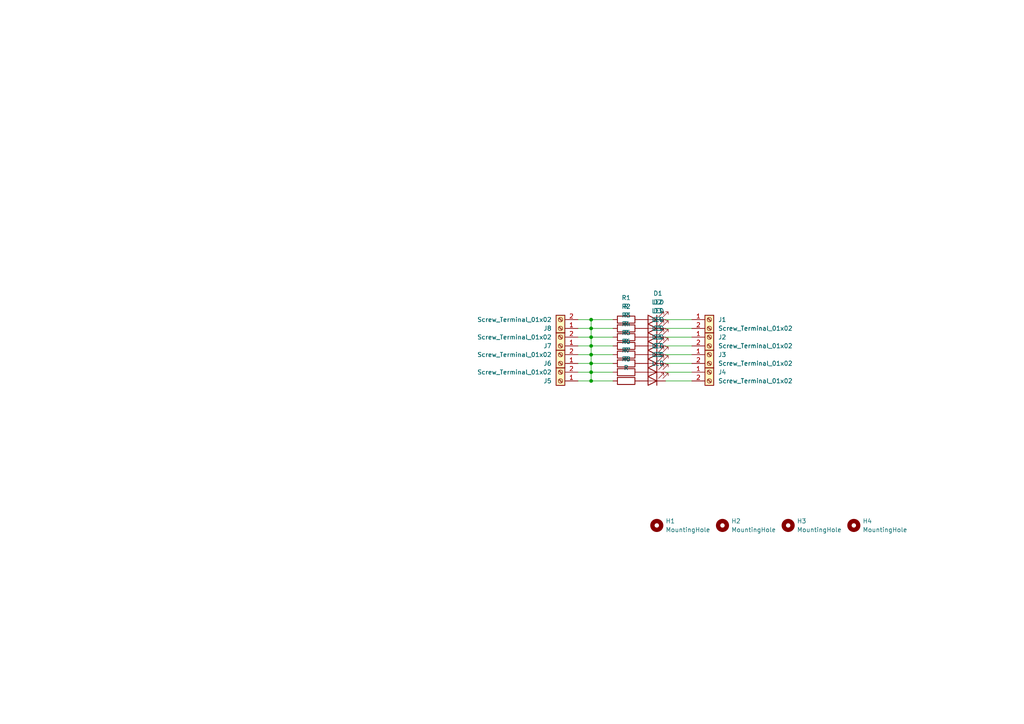
<source format=kicad_sch>
(kicad_sch (version 20231120) (generator "eeschema") (generator_version "8.0")
  (paper "A4")
  (lib_symbols
    (symbol "Connector:Screw_Terminal_01x02" (pin_names (offset 1.016) hide)
      (property "Reference" "J" (at 0 2.54 0))
      (property "Value" "Screw_Terminal_01x02" (at 0 -5.08 0))
      (symbol "Screw_Terminal_01x02_1_1"
        (rectangle (start -1.27 1.27) (end 1.27 -3.81) (stroke (width 0.254)) (fill (type background)))
        (circle (center 0 -2.54) (radius 0.635) (stroke (width 0.1524)))
        (polyline (pts (xy -0.5334 -2.2098) (xy 0.3302 -3.048)) (stroke (width 0.1524)))
        (polyline (pts (xy -0.5334 0.3302) (xy 0.3302 -0.508)) (stroke (width 0.1524)))
        (polyline (pts (xy -0.3556 -2.032) (xy 0.508 -2.8702)) (stroke (width 0.1524)))
        (polyline (pts (xy -0.3556 0.508) (xy 0.508 -0.3302)) (stroke (width 0.1524)))
        (circle (center 0 0) (radius 0.635) (stroke (width 0.1524)))
        (pin passive line (at -5.08 0 0) (length 3.81) (name "Pin_1") (number "1"))
        (pin passive line (at -5.08 -2.54 0) (length 3.81) (name "Pin_2") (number "2"))
      )
    )
    (symbol "Device:LED" (pin_numbers hide) (pin_names (offset 1.016) hide)
      (property "Reference" "D" (at 0 2.54 0))
      (property "Value" "LED" (at 0 -2.54 0))
      (symbol "LED_0_1"
        (polyline (pts (xy -1.27 -1.27) (xy -1.27 1.27)) (stroke (width 0.254)))
        (polyline (pts (xy -1.27 0) (xy 1.27 0)))
        (polyline (pts (xy 1.27 -1.27) (xy 1.27 1.27) (xy -1.27 0) (xy 1.27 -1.27)) (stroke (width 0.254)))
        (polyline (pts (xy -3.048 -0.762) (xy -4.572 -2.286) (xy -3.81 -2.286) (xy -4.572 -2.286) (xy -4.572 -1.524)))
        (polyline (pts (xy -1.778 -0.762) (xy -3.302 -2.286) (xy -2.54 -2.286) (xy -3.302 -2.286) (xy -3.302 -1.524)))
      )
      (symbol "LED_1_1"
        (pin passive line (at -3.81 0 0) (length 2.54) (name "K") (number "1"))
        (pin passive line (at 3.81 0 180) (length 2.54) (name "A") (number "2"))
      )
    )
    (symbol "Device:R" (pin_numbers hide) (pin_names (offset 0))
      (property "Reference" "R" (at 2.032 0 90))
      (property "Value" "R" (at 0 0 90))
      (symbol "R_0_1"
        (rectangle (start -1.016 -2.54) (end 1.016 2.54) (stroke (width 0.254)))
      )
      (symbol "R_1_1"
        (pin passive line (at 0 3.81 270) (length 1.27) (name "~") (number "1"))
        (pin passive line (at 0 -3.81 90) (length 1.27) (name "~") (number "2"))
      )
    )
    (symbol "Mechanical:MountingHole" (pin_names (offset 1.016))
      (property "Reference" "H" (at 0 5.08 0))
      (property "Value" "MountingHole" (at 0 3.175 0))
      (symbol "MountingHole_0_1"
        (circle (center 0 0) (radius 1.27) (stroke (width 1.27)))
      )
    )
  )
  (junction (at 171.45 97.79))
  (junction (at 171.45 95.25))
  (junction (at 171.45 102.87))
  (junction (at 171.45 92.71))
  (junction (at 171.45 107.95))
  (junction (at 171.45 110.49))
  (junction (at 171.45 105.41))
  (junction (at 171.45 100.33))
  (wire (pts (xy 193.04 102.87) (xy 200.66 102.87)))
  (wire (pts (xy 171.45 95.25) (xy 177.8 95.25)))
  (wire (pts (xy 193.04 100.33) (xy 200.66 100.33)))
  (wire (pts (xy 171.45 100.33) (xy 177.8 100.33)))
  (wire (pts (xy 171.45 92.71) (xy 171.45 95.25)))
  (wire (pts (xy 171.45 100.33) (xy 171.45 102.87)))
  (wire (pts (xy 193.04 97.79) (xy 200.66 97.79)))
  (wire (pts (xy 171.45 92.71) (xy 177.8 92.71)))
  (wire (pts (xy 171.45 102.87) (xy 171.45 105.41)))
  (wire (pts (xy 167.64 95.25) (xy 171.45 95.25)))
  (wire (pts (xy 193.04 92.71) (xy 200.66 92.71)))
  (wire (pts (xy 167.64 107.95) (xy 171.45 107.95)))
  (wire (pts (xy 193.04 95.25) (xy 200.66 95.25)))
  (wire (pts (xy 171.45 107.95) (xy 171.45 110.49)))
  (wire (pts (xy 171.45 97.79) (xy 177.8 97.79)))
  (wire (pts (xy 171.45 107.95) (xy 177.8 107.95)))
  (wire (pts (xy 167.64 102.87) (xy 171.45 102.87)))
  (wire (pts (xy 193.04 110.49) (xy 200.66 110.49)))
  (wire (pts (xy 171.45 97.79) (xy 171.45 100.33)))
  (wire (pts (xy 167.64 92.71) (xy 171.45 92.71)))
  (wire (pts (xy 171.45 110.49) (xy 177.8 110.49)))
  (wire (pts (xy 171.45 105.41) (xy 171.45 107.95)))
  (wire (pts (xy 193.04 105.41) (xy 200.66 105.41)))
  (wire (pts (xy 171.45 102.87) (xy 177.8 102.87)))
  (wire (pts (xy 171.45 95.25) (xy 171.45 97.79)))
  (wire (pts (xy 193.04 107.95) (xy 200.66 107.95)))
  (wire (pts (xy 171.45 105.41) (xy 177.8 105.41)))
  (wire (pts (xy 167.64 97.79) (xy 171.45 97.79)))
  (wire (pts (xy 167.64 105.41) (xy 171.45 105.41)))
  (wire (pts (xy 167.64 100.33) (xy 171.45 100.33)))
  (wire (pts (xy 167.64 110.49) (xy 171.45 110.49)))
  (symbol (lib_id "Device:R") (at 181.61 92.71 90) (unit 1)
    (property "Reference" "R1" (at 181.61 86.36 90))
    (property "Value" "R" (at 181.61 88.9 90))
    (property "Footprint" "Resistor_THT:R_Axial_DIN0411_L9.9mm_D3.6mm_P20.32mm_Horizontal" (effects (hide yes)))
    (property "Description" "Resistor" (effects (hide yes)))
  )
  (symbol (lib_id "Connector:Screw_Terminal_01x02") (at 205.74 102.87 0) (unit 1)
    (property "Reference" "J3" (at 208.28 102.8699 0) (effects (justify left)))
    (property "Value" "Screw_Terminal_01x02" (at 208.28 105.4099 0) (effects (justify left)))
    (property "Footprint" "TerminalBlock_Phoenix:TerminalBlock_Phoenix_MKDS-1,5-2_1x02_P5.00mm_Horizontal" (effects (hide yes)))
  )
  (symbol (lib_id "Device:LED") (at 189.23 102.87 180) (unit 1)
    (property "Reference" "D5" (at 190.8175 95.25 0))
    (property "Value" "LED" (at 190.8175 97.79 0))
    (property "Footprint" "LED_THT:LED_D3.0mm" (effects (hide yes)))
    (property "Description" "Light emitting diode" (effects (hide yes)))
  )
  (symbol (lib_id "Device:LED") (at 189.23 105.41 180) (unit 1)
    (property "Reference" "D6" (at 190.8175 97.79 0))
    (property "Value" "LED" (at 190.8175 100.33 0))
    (property "Footprint" "LED_THT:LED_D3.0mm" (effects (hide yes)))
    (property "Description" "Light emitting diode" (effects (hide yes)))
  )
  (symbol (lib_id "Connector:Screw_Terminal_01x02") (at 162.56 110.49 180) (unit 1)
    (property "Reference" "J5" (at 160.02 110.4901 0) (effects (justify left)))
    (property "Value" "Screw_Terminal_01x02" (at 160.02 107.9501 0) (effects (justify left)))
    (property "Footprint" "TerminalBlock_Phoenix:TerminalBlock_Phoenix_MKDS-1,5-2_1x02_P5.00mm_Horizontal" (effects (hide yes)))
  )
  (symbol (lib_id "Device:R") (at 181.61 100.33 90) (unit 1)
    (property "Reference" "R4" (at 181.61 93.98 90))
    (property "Value" "R" (at 181.61 96.52 90))
    (property "Footprint" "Resistor_THT:R_Axial_DIN0411_L9.9mm_D3.6mm_P20.32mm_Horizontal" (effects (hide yes)))
    (property "Description" "Resistor" (effects (hide yes)))
  )
  (symbol (lib_id "Connector:Screw_Terminal_01x02") (at 162.56 95.25 180) (unit 1)
    (property "Reference" "J8" (at 160.02 95.2501 0) (effects (justify left)))
    (property "Value" "Screw_Terminal_01x02" (at 160.02 92.7101 0) (effects (justify left)))
    (property "Footprint" "TerminalBlock_Phoenix:TerminalBlock_Phoenix_MKDS-1,5-2_1x02_P5.00mm_Horizontal" (effects (hide yes)))
  )
  (symbol (lib_id "Device:R") (at 181.61 102.87 90) (unit 1)
    (property "Reference" "R5" (at 181.61 96.52 90))
    (property "Value" "R" (at 181.61 99.06 90))
    (property "Footprint" "Resistor_THT:R_Axial_DIN0411_L9.9mm_D3.6mm_P20.32mm_Horizontal" (effects (hide yes)))
    (property "Description" "Resistor" (effects (hide yes)))
  )
  (symbol (lib_id "Device:R") (at 181.61 95.25 90) (unit 1)
    (property "Reference" "R2" (at 181.61 88.9 90))
    (property "Value" "R" (at 181.61 91.44 90))
    (property "Footprint" "Resistor_THT:R_Axial_DIN0411_L9.9mm_D3.6mm_P20.32mm_Horizontal" (effects (hide yes)))
    (property "Description" "Resistor" (effects (hide yes)))
  )
  (symbol (lib_id "Device:LED") (at 189.23 92.71 180) (unit 1)
    (property "Reference" "D1" (at 190.8175 85.09 0))
    (property "Value" "LED" (at 190.8175 87.63 0))
    (property "Footprint" "LED_THT:LED_D3.0mm" (effects (hide yes)))
    (property "Description" "Light emitting diode" (effects (hide yes)))
  )
  (symbol (lib_id "Mechanical:MountingHole") (at 228.6 152.4 0) (unit 1)
    (property "Reference" "H3" (at 231.14 151.1299 0) (effects (justify left)))
    (property "Value" "MountingHole" (at 231.14 153.6699 0) (effects (justify left)))
    (property "Footprint" "MountingHole:MountingHole_3.2mm_M3" (effects (hide yes)))
  )
  (symbol (lib_id "Device:R") (at 181.61 107.95 90) (unit 1)
    (property "Reference" "R7" (at 181.61 101.6 90))
    (property "Value" "R" (at 181.61 104.14 90))
    (property "Footprint" "Resistor_THT:R_Axial_DIN0411_L9.9mm_D3.6mm_P20.32mm_Horizontal" (effects (hide yes)))
    (property "Description" "Resistor" (effects (hide yes)))
  )
  (symbol (lib_id "Connector:Screw_Terminal_01x02") (at 205.74 107.95 0) (unit 1)
    (property "Reference" "J4" (at 208.28 107.9499 0) (effects (justify left)))
    (property "Value" "Screw_Terminal_01x02" (at 208.28 110.4899 0) (effects (justify left)))
    (property "Footprint" "TerminalBlock_Phoenix:TerminalBlock_Phoenix_MKDS-1,5-2_1x02_P5.00mm_Horizontal" (effects (hide yes)))
  )
  (symbol (lib_id "Connector:Screw_Terminal_01x02") (at 162.56 100.33 180) (unit 1)
    (property "Reference" "J7" (at 160.02 100.3301 0) (effects (justify left)))
    (property "Value" "Screw_Terminal_01x02" (at 160.02 97.7901 0) (effects (justify left)))
    (property "Footprint" "TerminalBlock_Phoenix:TerminalBlock_Phoenix_MKDS-1,5-2_1x02_P5.00mm_Horizontal" (effects (hide yes)))
  )
  (symbol (lib_id "Device:LED") (at 189.23 107.95 180) (unit 1)
    (property "Reference" "D7" (at 190.8175 100.33 0))
    (property "Value" "LED" (at 190.8175 102.87 0))
    (property "Footprint" "LED_THT:LED_D3.0mm" (effects (hide yes)))
    (property "Description" "Light emitting diode" (effects (hide yes)))
  )
  (symbol (lib_id "Connector:Screw_Terminal_01x02") (at 162.56 105.41 180) (unit 1)
    (property "Reference" "J6" (at 160.02 105.4101 0) (effects (justify left)))
    (property "Value" "Screw_Terminal_01x02" (at 160.02 102.8701 0) (effects (justify left)))
    (property "Footprint" "TerminalBlock_Phoenix:TerminalBlock_Phoenix_MKDS-1,5-2_1x02_P5.00mm_Horizontal" (effects (hide yes)))
  )
  (symbol (lib_id "Device:LED") (at 189.23 110.49 180) (unit 1)
    (property "Reference" "D8" (at 190.8175 102.87 0))
    (property "Value" "LED" (at 190.8175 105.41 0))
    (property "Footprint" "LED_THT:LED_D3.0mm" (effects (hide yes)))
    (property "Description" "Light emitting diode" (effects (hide yes)))
  )
  (symbol (lib_id "Device:R") (at 181.61 97.79 90) (unit 1)
    (property "Reference" "R3" (at 181.61 91.44 90))
    (property "Value" "R" (at 181.61 93.98 90))
    (property "Footprint" "Resistor_THT:R_Axial_DIN0411_L9.9mm_D3.6mm_P20.32mm_Horizontal" (effects (hide yes)))
    (property "Description" "Resistor" (effects (hide yes)))
  )
  (symbol (lib_id "Mechanical:MountingHole") (at 190.5 152.4 0) (unit 1)
    (property "Reference" "H1" (at 193.04 151.1299 0) (effects (justify left)))
    (property "Value" "MountingHole" (at 193.04 153.6699 0) (effects (justify left)))
    (property "Footprint" "MountingHole:MountingHole_3.2mm_M3" (effects (hide yes)))
  )
  (symbol (lib_id "Device:R") (at 181.61 105.41 90) (unit 1)
    (property "Reference" "R6" (at 181.61 99.06 90))
    (property "Value" "R" (at 181.61 101.6 90))
    (property "Footprint" "Resistor_THT:R_Axial_DIN0411_L9.9mm_D3.6mm_P20.32mm_Horizontal" (effects (hide yes)))
    (property "Description" "Resistor" (effects (hide yes)))
  )
  (symbol (lib_id "Connector:Screw_Terminal_01x02") (at 205.74 97.79 0) (unit 1)
    (property "Reference" "J2" (at 208.28 97.7899 0) (effects (justify left)))
    (property "Value" "Screw_Terminal_01x02" (at 208.28 100.3299 0) (effects (justify left)))
    (property "Footprint" "TerminalBlock_Phoenix:TerminalBlock_Phoenix_MKDS-1,5-2_1x02_P5.00mm_Horizontal" (effects (hide yes)))
  )
  (symbol (lib_id "Mechanical:MountingHole") (at 209.55 152.4 0) (unit 1)
    (property "Reference" "H2" (at 212.09 151.1299 0) (effects (justify left)))
    (property "Value" "MountingHole" (at 212.09 153.6699 0) (effects (justify left)))
    (property "Footprint" "MountingHole:MountingHole_3.2mm_M3" (effects (hide yes)))
  )
  (symbol (lib_id "Device:LED") (at 189.23 97.79 180) (unit 1)
    (property "Reference" "D3" (at 190.8175 90.17 0))
    (property "Value" "LED" (at 190.8175 92.71 0))
    (property "Footprint" "LED_THT:LED_D3.0mm" (effects (hide yes)))
    (property "Description" "Light emitting diode" (effects (hide yes)))
  )
  (symbol (lib_id "Device:R") (at 181.61 110.49 90) (unit 1)
    (property "Reference" "R8" (at 181.61 104.14 90))
    (property "Value" "R" (at 181.61 106.68 90))
    (property "Footprint" "Resistor_THT:R_Axial_DIN0411_L9.9mm_D3.6mm_P20.32mm_Horizontal" (effects (hide yes)))
    (property "Description" "Resistor" (effects (hide yes)))
  )
  (symbol (lib_id "Device:LED") (at 189.23 95.25 180) (unit 1)
    (property "Reference" "D2" (at 190.8175 87.63 0))
    (property "Value" "LED" (at 190.8175 90.17 0))
    (property "Footprint" "LED_THT:LED_D3.0mm" (effects (hide yes)))
    (property "Description" "Light emitting diode" (effects (hide yes)))
  )
  (symbol (lib_id "Connector:Screw_Terminal_01x02") (at 205.74 92.71 0) (unit 1)
    (property "Reference" "J1" (at 208.28 92.7099 0) (effects (justify left)))
    (property "Value" "Screw_Terminal_01x02" (at 208.28 95.2499 0) (effects (justify left)))
    (property "Footprint" "TerminalBlock_Phoenix:TerminalBlock_Phoenix_MKDS-1,5-2_1x02_P5.00mm_Horizontal" (effects (hide yes)))
  )
  (symbol (lib_id "Device:LED") (at 189.23 100.33 180) (unit 1)
    (property "Reference" "D4" (at 190.8175 92.71 0))
    (property "Value" "LED" (at 190.8175 95.25 0))
    (property "Footprint" "LED_THT:LED_D3.0mm" (effects (hide yes)))
    (property "Description" "Light emitting diode" (effects (hide yes)))
  )
  (symbol (lib_id "Mechanical:MountingHole") (at 247.65 152.4 0) (unit 1)
    (property "Reference" "H4" (at 250.19 151.1299 0) (effects (justify left)))
    (property "Value" "MountingHole" (at 250.19 153.6699 0) (effects (justify left)))
    (property "Footprint" "MountingHole:MountingHole_3.2mm_M3" (effects (hide yes)))
  )
)
</source>
